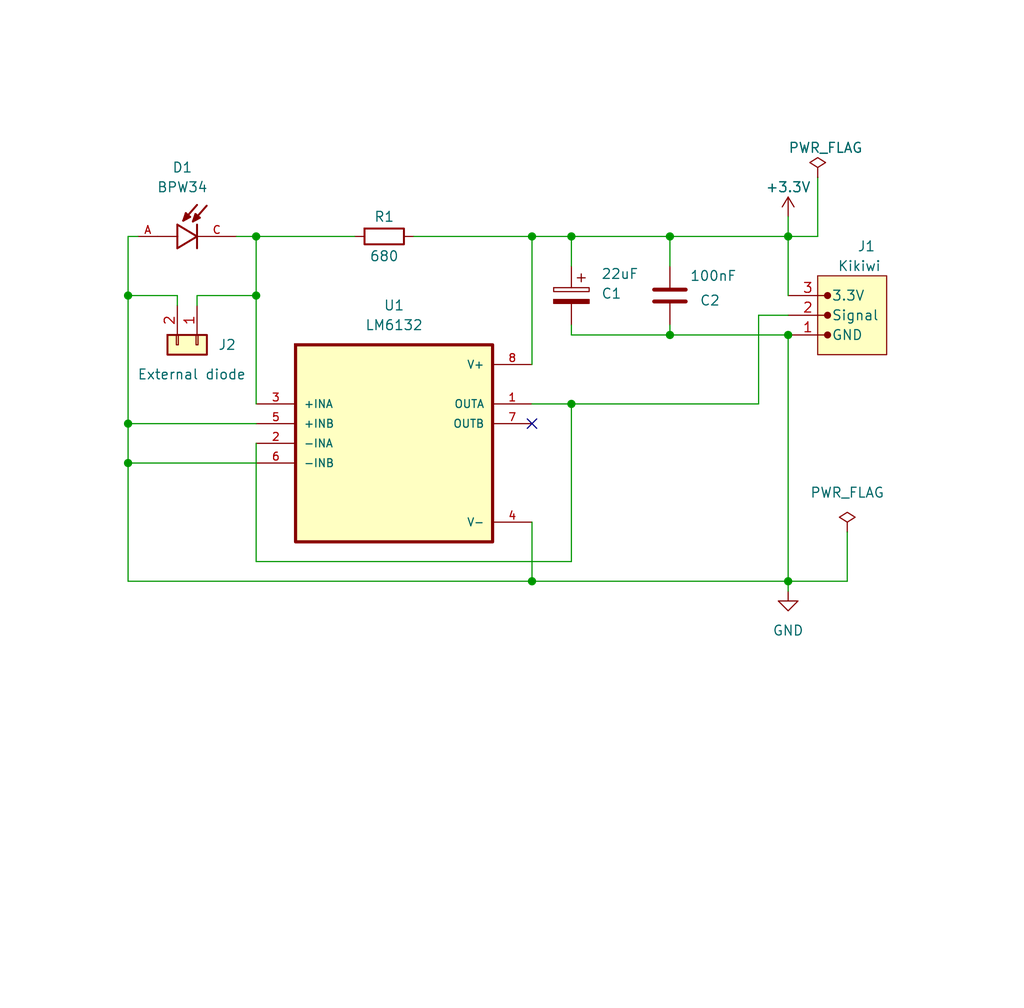
<source format=kicad_sch>
(kicad_sch (version 20230121) (generator eeschema)
  (paper "User" 132.004 129.997)
  (title_block (title "UBPE Visible Light 2023 (THT version)") (date "2023-11-13") (rev "1.1") (company "L0AD") (comment 1 "connected to CNES Kikiwi board, 3.3V") (comment 2 "BPW34 photodiode"))
  (lib_symbols
    (symbol "Connector_Generic:Conn_01x02" (pin_names (offset 1.016) hide)
      (property "Reference" "J" (at 0 2.54 0))
      (property "Value" "Conn_01x02" (at 0 -5.08 0))
      (symbol "Conn_01x02_1_1"
        (rectangle (start -1.27 -2.413) (end 0 -2.667) (stroke (width 0.1524)))
        (rectangle (start -1.27 0.127) (end 0 -0.127) (stroke (width 0.1524)))
        (rectangle (start -1.27 1.27) (end 1.27 -3.81) (stroke (width 0.254)) (fill (type background)))
        (pin passive line (at -5.08 0 0) (length 3.81) (name "Pin_1") (number "1"))
        (pin passive line (at -5.08 -2.54 0) (length 3.81) (name "Pin_2") (number "2"))
      )
    )
    (symbol "Device:C" (pin_numbers hide) (pin_names (offset 0.254))
      (property "Reference" "C" (at 0.635 2.54 0))
      (property "Value" "C" (at 0.635 -2.54 0))
      (symbol "C_0_1"
        (polyline (pts (xy -2.032 -0.762) (xy 2.032 -0.762)) (stroke (width 0.508)))
        (polyline (pts (xy -2.032 0.762) (xy 2.032 0.762)) (stroke (width 0.508)))
      )
      (symbol "C_1_1"
        (pin passive line (at 0 3.81 270) (length 2.794) (name "~") (number "1"))
        (pin passive line (at 0 -3.81 90) (length 2.794) (name "~") (number "2"))
      )
    )
    (symbol "Device:C_Polarized" (pin_numbers hide) (pin_names (offset 0.254))
      (property "Reference" "C" (at 0.635 2.54 0))
      (property "Value" "C_Polarized" (at 0.635 -2.54 0))
      (symbol "C_Polarized_0_1"
        (rectangle (start -2.286 0.508) (end 2.286 1.016))
        (polyline (pts (xy -1.778 2.286) (xy -0.762 2.286)))
        (polyline (pts (xy -1.27 2.794) (xy -1.27 1.778)))
        (rectangle (start 2.286 -0.508) (end -2.286 -1.016) (fill (type outline)))
      )
      (symbol "C_Polarized_1_1"
        (pin passive line (at 0 3.81 270) (length 2.794) (name "~") (number "1"))
        (pin passive line (at 0 -3.81 90) (length 2.794) (name "~") (number "2"))
      )
    )
    (symbol "Device:R" (pin_numbers hide) (pin_names (offset 0))
      (property "Reference" "R" (at 2.032 0 90))
      (property "Value" "R" (at 0 0 90))
      (symbol "R_0_1"
        (rectangle (start -1.016 -2.54) (end 1.016 2.54) (stroke (width 0.254)))
      )
      (symbol "R_1_1"
        (pin passive line (at 0 3.81 270) (length 1.27) (name "~") (number "1"))
        (pin passive line (at 0 -3.81 90) (length 1.27) (name "~") (number "2"))
      )
    )
    (symbol "PCM_L0AD:BPW34" (pin_names (offset 1.016))
      (property "Reference" "D" (at -3.0988 4.4958 0))
      (property "Value" "BPW34" (at -3.556 -3.302 0))
      (symbol "BPW34_0_0"
        (polyline (pts (xy -2.54 -1.524) (xy 0 0)) (stroke (width 0.254)))
        (polyline (pts (xy -2.54 0) (xy -5.08 0)) (stroke (width 0.1524)))
        (polyline (pts (xy -2.54 0) (xy -2.54 -1.524)) (stroke (width 0.254)))
        (polyline (pts (xy -2.54 1.524) (xy -2.54 0)) (stroke (width 0.254)))
        (polyline (pts (xy -1.778 2.032) (xy -1.4478 2.9972)) (stroke (width 0.254)))
        (polyline (pts (xy -1.778 2.032) (xy 0 4.064)) (stroke (width 0.254)))
        (polyline (pts (xy -1.4732 2.2606) (xy -1.3462 2.2606)) (stroke (width 0.254)))
        (polyline (pts (xy -1.4478 2.9972) (xy -1.4732 2.2606)) (stroke (width 0.254)))
        (polyline (pts (xy -1.4478 2.9972) (xy -0.889 2.5146)) (stroke (width 0.254)))
        (polyline (pts (xy -1.0668 2.5908) (xy -1.2954 2.4384)) (stroke (width 0.254)))
        (polyline (pts (xy -0.889 2.5146) (xy -1.778 2.032)) (stroke (width 0.254)))
        (polyline (pts (xy -0.5334 1.9304) (xy -0.2032 2.8956)) (stroke (width 0.254)))
        (polyline (pts (xy -0.5334 1.9304) (xy 1.2446 3.9624)) (stroke (width 0.254)))
        (polyline (pts (xy -0.2286 2.159) (xy -0.1016 2.159)) (stroke (width 0.254)))
        (polyline (pts (xy -0.2032 2.8956) (xy -0.2286 2.159)) (stroke (width 0.254)))
        (polyline (pts (xy -0.2032 2.8956) (xy 0.3556 2.413)) (stroke (width 0.254)))
        (polyline (pts (xy 0 0) (xy -2.54 1.524)) (stroke (width 0.254)))
        (polyline (pts (xy 0 1.524) (xy 0 -1.524)) (stroke (width 0.254)))
        (polyline (pts (xy 0.1778 2.4892) (xy -0.0508 2.3368)) (stroke (width 0.254)))
        (polyline (pts (xy 0.3556 2.413) (xy -0.5334 1.9304)) (stroke (width 0.254)))
        (pin passive line (at -7.62 0 0) (length 2.54) (name "~") (number "A"))
        (pin passive line (at 5.08 0 180) (length 5.08) (name "~") (number "C"))
      )
    )
    (symbol "PCM_L0AD:JST_Kikiwi"
      (property "Reference" "J" (at 0 8.89 0))
      (property "Value" "Kikiwi" (at 1.27 6.35 0))
      (symbol "JST_Kikiwi_0_1"
        (circle (center -1.27 -2.54) (radius 0.381) (fill (type outline)))
        (circle (center -1.27 0) (radius 0.381) (fill (type outline)))
        (circle (center -1.27 2.54) (radius 0.381) (fill (type outline)))
      )
      (symbol "JST_Kikiwi_1_1"
        (rectangle (start -2.54 5.08) (end 6.35 -5.08) (fill (type background)))
        (pin passive line (at -6.35 -2.54 0) (length 5.08) (name "GND") (number "1"))
        (pin passive line (at -6.35 0 0) (length 5.08) (name "Signal") (number "2"))
        (pin passive line (at -6.35 2.54 0) (length 5.08) (name "3.3V") (number "3"))
      )
    )
    (symbol "PCM_L0AD:LM6132" (pin_names (offset 1.016))
      (property "Reference" "U" (at -12.7 13.7 0))
      (property "Value" "LM6132" (at -12.7 -16.7 0))
      (symbol "LM6132_0_0"
        (rectangle (start -12.7 -12.7) (end 12.7 12.7) (stroke (width 0.41)) (fill (type background)))
        (pin input line (at -17.78 0 0) (length 5.08) (name "-INA") (number "2"))
        (pin input line (at -17.78 5.08 0) (length 5.08) (name "+INA") (number "3"))
        (pin power_in line (at 17.78 -10.16 180) (length 5.08) (name "V-") (number "4"))
        (pin input line (at -17.78 2.54 0) (length 5.08) (name "+INB") (number "5"))
        (pin input line (at -17.78 -2.54 0) (length 5.08) (name "-INB") (number "6"))
        (pin power_in line (at 17.78 10.16 180) (length 5.08) (name "V+") (number "8"))
      )
      (symbol "LM6132_1_0"
        (pin output line (at 17.78 5.08 180) (length 5.08) (name "OUTA") (number "1"))
        (pin output line (at 17.78 2.54 180) (length 5.08) (name "OUTB") (number "7"))
      )
    )
    (symbol "power:+3.3V" (power) (pin_names (offset 0))
      (property "Value" "+3.3V" (at 0 3.556 0))
      (symbol "+3.3V_0_1"
        (polyline (pts (xy -0.762 1.27) (xy 0 2.54)))
        (polyline (pts (xy 0 0) (xy 0 2.54)))
        (polyline (pts (xy 0 2.54) (xy 0.762 1.27)))
      )
      (symbol "+3.3V_1_1"
        (pin power_in line (at 0 0 90) (length 0) hide (name "+3.3V") (number "1"))
      )
    )
    (symbol "power:GND" (power) (pin_names (offset 0))
      (property "Value" "GND" (at 0 -3.81 0))
      (symbol "GND_0_1"
        (polyline (pts (xy 0 0) (xy 0 -1.27) (xy 1.27 -1.27) (xy 0 -2.54) (xy -1.27 -1.27) (xy 0 -1.27)))
      )
      (symbol "GND_1_1"
        (pin power_in line (at 0 0 270) (length 0) hide (name "GND") (number "1"))
      )
    )
    (symbol "power:PWR_FLAG" (power) (pin_numbers hide) (pin_names (offset 0) hide)
      (property "Value" "PWR_FLAG" (at 0 3.81 0))
      (symbol "PWR_FLAG_0_0"
        (pin power_out line (at 0 0 90) (length 0) (name "pwr") (number "1"))
      )
      (symbol "PWR_FLAG_0_1"
        (polyline (pts (xy 0 0) (xy 0 1.27) (xy -1.016 1.905) (xy 0 2.54) (xy 1.016 1.905) (xy 0 1.27)))
      )
    )
  )
  (junction (at 86.36 43.18))
  (junction (at 73.66 52.07))
  (junction (at 33.02 30.48))
  (junction (at 16.51 59.69))
  (junction (at 16.51 38.1))
  (junction (at 68.58 74.93))
  (junction (at 16.51 54.61))
  (junction (at 101.6 74.93))
  (junction (at 33.02 38.1))
  (junction (at 68.58 30.48))
  (junction (at 101.6 43.18))
  (junction (at 101.6 30.48))
  (junction (at 86.36 30.48))
  (junction (at 73.66 30.48))
  (no_connect (at 68.58 54.61))
  (wire (pts (xy 16.51 59.69) (xy 16.51 74.93)))
  (wire (pts (xy 16.51 54.61) (xy 16.51 59.69)))
  (wire (pts (xy 25.4 38.1) (xy 33.02 38.1)))
  (wire (pts (xy 16.51 38.1) (xy 16.51 30.48)))
  (wire (pts (xy 86.36 30.48) (xy 86.36 34.29)))
  (wire (pts (xy 68.58 46.99) (xy 68.58 30.48)))
  (wire (pts (xy 73.66 30.48) (xy 73.66 34.29)))
  (wire (pts (xy 53.34 30.48) (xy 68.58 30.48)))
  (wire (pts (xy 30.48 30.48) (xy 33.02 30.48)))
  (wire (pts (xy 33.02 38.1) (xy 33.02 52.07)))
  (wire (pts (xy 16.51 59.69) (xy 33.02 59.69)))
  (wire (pts (xy 33.02 72.39) (xy 73.66 72.39)))
  (wire (pts (xy 86.36 30.48) (xy 101.6 30.48)))
  (wire (pts (xy 16.51 54.61) (xy 33.02 54.61)))
  (wire (pts (xy 101.6 30.48) (xy 105.41 30.48)))
  (wire (pts (xy 16.51 74.93) (xy 68.58 74.93)))
  (wire (pts (xy 16.51 38.1) (xy 22.86 38.1)))
  (wire (pts (xy 33.02 30.48) (xy 45.72 30.48)))
  (wire (pts (xy 86.36 41.91) (xy 86.36 43.18)))
  (wire (pts (xy 97.79 40.64) (xy 101.6 40.64)))
  (wire (pts (xy 33.02 38.1) (xy 33.02 30.48)))
  (wire (pts (xy 16.51 30.48) (xy 17.78 30.48)))
  (wire (pts (xy 109.22 74.93) (xy 101.6 74.93)))
  (wire (pts (xy 97.79 40.64) (xy 97.79 52.07)))
  (wire (pts (xy 25.4 38.1) (xy 25.4 39.37)))
  (wire (pts (xy 16.51 38.1) (xy 16.51 54.61)))
  (wire (pts (xy 73.66 30.48) (xy 86.36 30.48)))
  (wire (pts (xy 101.6 27.94) (xy 101.6 30.48)))
  (wire (pts (xy 109.22 68.58) (xy 109.22 74.93)))
  (wire (pts (xy 22.86 38.1) (xy 22.86 39.37)))
  (wire (pts (xy 73.66 43.18) (xy 73.66 41.91)))
  (wire (pts (xy 101.6 43.18) (xy 101.6 74.93)))
  (wire (pts (xy 33.02 57.15) (xy 33.02 72.39)))
  (wire (pts (xy 86.36 43.18) (xy 73.66 43.18)))
  (wire (pts (xy 73.66 72.39) (xy 73.66 52.07)))
  (wire (pts (xy 68.58 67.31) (xy 68.58 74.93)))
  (wire (pts (xy 68.58 52.07) (xy 73.66 52.07)))
  (wire (pts (xy 101.6 30.48) (xy 101.6 38.1)))
  (wire (pts (xy 73.66 52.07) (xy 97.79 52.07)))
  (wire (pts (xy 101.6 74.93) (xy 101.6 76.2)))
  (wire (pts (xy 86.36 43.18) (xy 101.6 43.18)))
  (wire (pts (xy 73.66 30.48) (xy 68.58 30.48)))
  (wire (pts (xy 105.41 22.86) (xy 105.41 30.48)))
  (wire (pts (xy 68.58 74.93) (xy 101.6 74.93)))
  (symbol (lib_id "power:+3.3V") (at 101.6 27.94 0) (unit 1)
    (property "Reference" "#PWR02" (effects hide))
    (property "Value" "+3.3V" (at 101.6 24.13 0))
  )
  (symbol (lib_id "power:PWR_FLAG") (at 109.22 68.58 0) (unit 1)
    (property "Reference" "#FLG02" (effects hide))
    (property "Value" "PWR_FLAG" (at 109.22 63.5 0))
  )
  (symbol (lib_id "power:PWR_FLAG") (at 105.41 22.86 0) (unit 1)
    (property "Reference" "#FLG01" (effects hide))
    (property "Value" "PWR_FLAG" (at 101.6 19.05 0) (effects (justify left)))
  )
  (symbol (lib_id "Device:R") (at 49.53 30.48 90) (unit 1)
    (property "Reference" "R1" (at 49.53 27.94 90))
    (property "Value" "680" (at 49.53 33.02 90))
    (property "Footprint" "Resistor_THT:R_Axial_DIN0204_L3.6mm_D1.6mm_P7.62mm_Horizontal" (effects hide))
  )
  (symbol (lib_id "Device:C_Polarized") (at 73.66 38.1 0) (mirror y) (unit 1)
    (property "Reference" "C1" (at 77.47 37.846 0) (effects (justify right)))
    (property "Value" "22uF" (at 77.47 35.306 0) (effects (justify right)))
    (property "Footprint" "Capacitor_THT:CP_Radial_D5.0mm_P2.50mm" (effects hide))
  )
  (symbol (lib_id "Device:C") (at 86.36 38.1 0) (mirror x) (unit 1)
    (property "Reference" "C2" (at 90.17 38.735 0) (effects (justify left)))
    (property "Value" "100nF" (at 88.9 35.56 0) (effects (justify left)))
    (property "Footprint" "Capacitor_THT:C_Rect_L7.0mm_W2.5mm_P5.00mm" (effects hide))
  )
  (symbol (lib_id "Connector_Generic:Conn_01x02") (at 25.4 44.45 270) (unit 1)
    (property "Reference" "J2" (at 30.48 44.45 90) (effects (justify right)))
    (property "Value" "External diode" (at 31.75 48.26 90) (effects (justify right)))
    (property "Footprint" "Connector_JST:JST_XH_B2B-XH-A_1x02_P2.50mm_Vertical" (effects hide))
  )
  (symbol (lib_id "PCM_L0AD:LM6132") (at 50.8 57.15 0) (unit 1)
    (property "Reference" "U1" (at 50.8 39.37 0))
    (property "Value" "LM6132" (at 50.8 41.91 0))
    (property "Footprint" "Package_DIP:DIP-8_W7.62mm" (effects hide))
    (property "Datasheet" "https://www.ti.com/lit/ds/symlink/lm6132.pdf" (effects hide))
  )
  (symbol (lib_id "PCM_L0AD:BPW34") (at 25.4 30.48 0) (unit 1)
    (property "Reference" "D1" (at 23.5077 21.59 0))
    (property "Value" "BPW34" (at 23.5077 24.13 0))
    (property "Footprint" "PCM_L0AD:BPW34" (effects hide))
    (property "Datasheet" "https://www.vishay.com/docs/81521/bpw34.pdf" (effects hide))
    (property "PARTREV" "2.1" (effects hide))
    (property "MANUFACTURER" "Vishay" (effects hide))
    (property "MAXIMUM_PACKAGE_HEIGHT" "2.20mm" (effects hide))
    (property "STANDARD" "IPC-7351B" (effects hide))
    (property "MF" "Vishay Semiconductors" (effects hide))
    (property "Package" "DIP-2 Vishay Semiconductors" (effects hide))
    (property "Price" "None" (effects hide))
    (property "SnapEDA_Link" "https://www.snapeda.com/parts/BPW34/Vishay/view-part/?ref=snap" (effects hide))
    (property "MP" "BPW34" (effects hide))
    (property "Description" "\nIR + Visible Light Si Photodiode, 65 deg, Through-hole | Siliconix / Vishay BPW34\n" (effects hide))
  )
  (symbol (lib_id "PCM_L0AD:JST_Kikiwi") (at 107.95 40.64 0) (unit 1)
    (property "Reference" "J1" (at 110.49 31.75 0) (effects (justify left)))
    (property "Value" "Kikiwi" (at 107.95 34.29 0) (effects (justify left)))
    (property "Footprint" "Connector_JST:JST_XH_B3B-XH-AM_1x03_P2.50mm_Vertical" (effects hide))
  )
  (symbol (lib_id "power:GND") (at 101.6 76.2 0) (unit 1)
    (property "Reference" "#PWR03" (effects hide))
    (property "Value" "GND" (at 101.6 81.28 0))
  )
)
</source>
